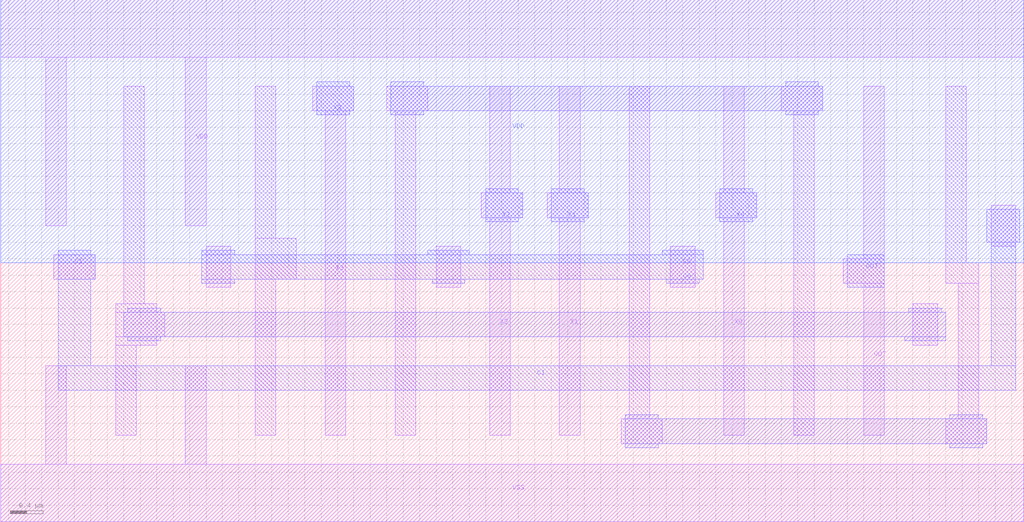
<source format=lef>
VERSION 5.7 ;
  NOWIREEXTENSIONATPIN ON ;
  DIVIDERCHAR "/" ;
  BUSBITCHARS "[]" ;
MACRO MUX4
  CLASS BLOCK ;
  FOREIGN MUX4 ;
  ORIGIN 1.700 0.000 ;
  SIZE 12.450 BY 6.350 ;
  PIN OUT
    DIRECTION OUTPUT ;
    ANTENNADIFFAREA 1.785000 ;
    PORT
      LAYER Metal1 ;
        RECT 8.800 3.200 9.050 5.300 ;
        RECT 8.550 2.900 9.050 3.200 ;
        RECT 8.800 1.050 9.050 2.900 ;
      LAYER Metal2 ;
        RECT 8.600 2.850 9.050 3.250 ;
    END
  END OUT
  PIN X0
    DIRECTION INPUT ;
    ANTENNADIFFAREA 1.672500 ;
    PORT
      LAYER Metal1 ;
        RECT 7.100 4.000 7.350 5.300 ;
        RECT 7.000 3.700 7.500 4.000 ;
        RECT 7.100 1.050 7.350 3.700 ;
      LAYER Metal2 ;
        RECT 7.050 4.000 7.450 4.050 ;
        RECT 7.050 3.700 7.500 4.000 ;
        RECT 7.050 3.650 7.450 3.700 ;
    END
  END X0
  PIN X1
    DIRECTION INPUT ;
    ANTENNADIFFAREA 1.290000 ;
    PORT
      LAYER Metal1 ;
        RECT 5.100 4.000 5.350 5.300 ;
        RECT 4.950 3.700 5.450 4.000 ;
        RECT 5.100 1.050 5.350 3.700 ;
      LAYER Metal2 ;
        RECT 5.000 4.000 5.400 4.050 ;
        RECT 5.000 3.700 5.450 4.000 ;
        RECT 5.000 3.650 5.400 3.700 ;
    END
  END X1
  PIN X3
    DIRECTION INPUT ;
    ANTENNADIFFAREA 1.290000 ;
    PORT
      LAYER Metal1 ;
        RECT 2.100 5.000 2.600 5.300 ;
        RECT 2.250 1.050 2.500 5.000 ;
      LAYER Metal2 ;
        RECT 2.150 5.300 2.550 5.350 ;
        RECT 2.150 5.000 2.600 5.300 ;
        RECT 2.150 4.950 2.550 5.000 ;
    END
  END X3
  PIN X2
    DIRECTION INPUT ;
    ANTENNADIFFAREA 1.672500 ;
    PORT
      LAYER Metal1 ;
        RECT 4.250 4.000 4.500 5.300 ;
        RECT 4.150 3.700 4.650 4.000 ;
        RECT 4.250 1.050 4.500 3.700 ;
      LAYER Metal2 ;
        RECT 4.200 4.000 4.600 4.050 ;
        RECT 4.200 3.700 4.650 4.000 ;
        RECT 4.200 3.650 4.600 3.700 ;
    END
  END X2
  PIN C1
    DIRECTION INPUT ;
    ANTENNAGATEAREA 1.530000 ;
    PORT
      LAYER Metal1 ;
        RECT 10.350 3.350 10.650 3.850 ;
        RECT -1.050 2.950 -0.550 3.250 ;
      LAYER Metal2 ;
        RECT 10.300 3.400 10.700 3.800 ;
        RECT -1.000 3.250 -0.600 3.300 ;
        RECT -1.000 2.950 -0.550 3.250 ;
        RECT -1.000 1.900 -0.600 2.950 ;
        RECT 10.350 1.900 10.650 3.400 ;
        RECT -1.000 1.600 10.650 1.900 ;
    END
  END C1
  PIN C0
    DIRECTION INPUT ;
    ANTENNAGATEAREA 2.295000 ;
    PORT
      LAYER Metal1 ;
        RECT 0.800 2.850 1.100 3.350 ;
        RECT 3.600 2.850 3.900 3.350 ;
        RECT 6.450 2.850 6.750 3.350 ;
      LAYER Metal2 ;
        RECT 0.750 3.250 1.150 3.300 ;
        RECT 3.500 3.250 4.000 3.300 ;
        RECT 6.350 3.250 6.850 3.300 ;
        RECT 0.750 2.950 6.850 3.250 ;
        RECT 0.750 2.900 1.150 2.950 ;
        RECT 3.550 2.900 3.950 2.950 ;
        RECT 6.400 2.900 6.800 2.950 ;
    END
  END C0
  PIN VDD
    DIRECTION INOUT ;
    USE POWER ;
    PORT
      LAYER Nwell ;
        RECT -1.700 3.150 10.750 6.350 ;
      LAYER Metal1 ;
        RECT -1.700 5.650 10.750 6.350 ;
        RECT -1.150 3.600 -0.900 5.650 ;
        RECT 0.550 3.600 0.800 5.650 ;
    END
  END VDD
  PIN VSS
    DIRECTION INOUT ;
    USE GROUND ;
    PORT
      LAYER Metal1 ;
        RECT -1.150 0.700 -0.900 1.900 ;
        RECT 0.550 0.700 0.800 1.900 ;
        RECT -1.700 0.000 10.750 0.700 ;
    END
  END VSS
  OBS
      LAYER Metal1 ;
        RECT -0.200 2.650 0.050 5.300 ;
        RECT 1.400 3.450 1.650 5.300 ;
        RECT 3.000 5.000 3.500 5.300 ;
        RECT 1.400 2.950 1.900 3.450 ;
        RECT -0.300 2.550 0.200 2.650 ;
        RECT -0.300 2.250 0.300 2.550 ;
        RECT -0.300 2.150 0.200 2.250 ;
        RECT -0.300 1.050 -0.050 2.150 ;
        RECT 1.400 1.050 1.650 2.950 ;
        RECT 3.100 1.050 3.350 5.000 ;
        RECT 5.950 1.250 6.200 5.300 ;
        RECT 7.800 5.000 8.300 5.300 ;
        RECT 5.850 0.950 6.350 1.250 ;
        RECT 7.950 1.050 8.200 5.000 ;
        RECT 9.800 3.150 10.050 5.300 ;
        RECT 9.800 2.900 10.200 3.150 ;
        RECT 9.400 2.150 9.700 2.650 ;
        RECT 9.950 1.250 10.200 2.900 ;
        RECT 9.800 0.950 10.300 1.250 ;
      LAYER Metal2 ;
        RECT 3.050 5.300 3.450 5.350 ;
        RECT 7.850 5.300 8.250 5.350 ;
        RECT 3.050 5.000 8.300 5.300 ;
        RECT 3.050 4.950 3.450 5.000 ;
        RECT 7.850 4.950 8.250 5.000 ;
        RECT -0.150 2.550 0.250 2.600 ;
        RECT 9.350 2.550 9.750 2.600 ;
        RECT -0.200 2.250 9.800 2.550 ;
        RECT -0.150 2.200 0.250 2.250 ;
        RECT 9.300 2.200 9.800 2.250 ;
        RECT 5.900 1.250 6.300 1.300 ;
        RECT 9.850 1.250 10.250 1.300 ;
        RECT 5.900 0.950 10.300 1.250 ;
        RECT 5.900 0.900 6.300 0.950 ;
        RECT 9.850 0.900 10.250 0.950 ;
  END
END MUX4
END LIBRARY


</source>
